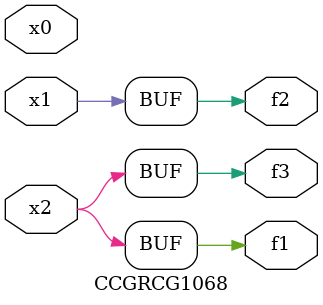
<source format=v>
module CCGRCG1068(
	input x0, x1, x2,
	output f1, f2, f3
);
	assign f1 = x2;
	assign f2 = x1;
	assign f3 = x2;
endmodule

</source>
